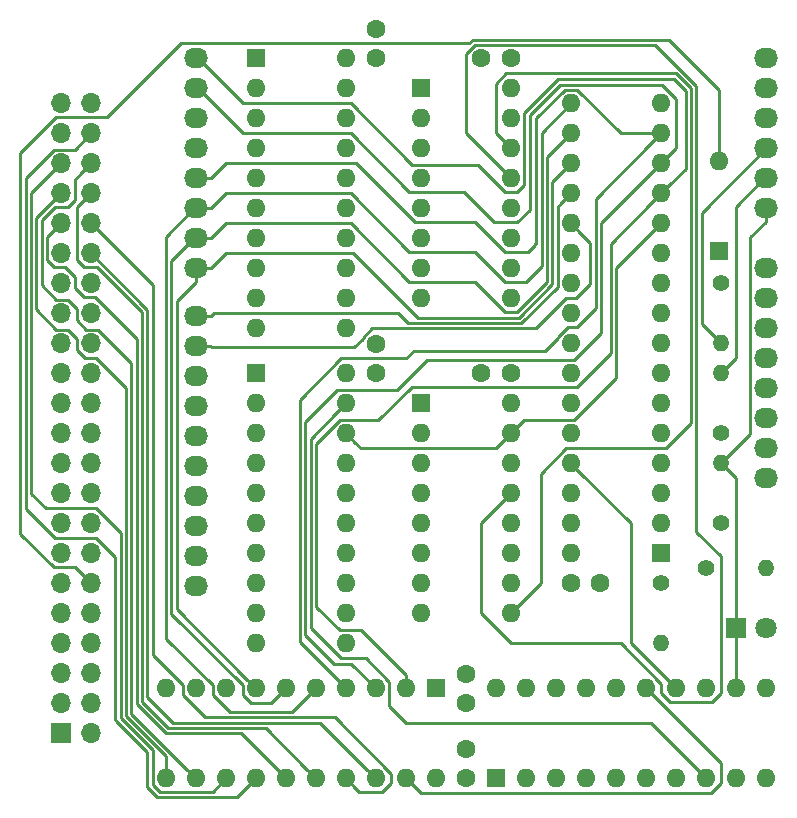
<source format=gtl>
G04 #@! TF.GenerationSoftware,KiCad,Pcbnew,(6.0.5)*
G04 #@! TF.CreationDate,2022-06-29T15:53:13+12:00*
G04 #@! TF.ProjectId,APEDSK-AU,41504544-534b-42d4-9155-2e6b69636164,rev?*
G04 #@! TF.SameCoordinates,Original*
G04 #@! TF.FileFunction,Copper,L1,Top*
G04 #@! TF.FilePolarity,Positive*
%FSLAX46Y46*%
G04 Gerber Fmt 4.6, Leading zero omitted, Abs format (unit mm)*
G04 Created by KiCad (PCBNEW (6.0.5)) date 2022-06-29 15:53:13*
%MOMM*%
%LPD*%
G01*
G04 APERTURE LIST*
G04 #@! TA.AperFunction,ComponentPad*
%ADD10O,2.032000X1.727200*%
G04 #@! TD*
G04 #@! TA.AperFunction,ComponentPad*
%ADD11C,1.600000*%
G04 #@! TD*
G04 #@! TA.AperFunction,ComponentPad*
%ADD12R,1.800000X1.800000*%
G04 #@! TD*
G04 #@! TA.AperFunction,ComponentPad*
%ADD13C,1.800000*%
G04 #@! TD*
G04 #@! TA.AperFunction,ComponentPad*
%ADD14C,1.400000*%
G04 #@! TD*
G04 #@! TA.AperFunction,ComponentPad*
%ADD15O,1.400000X1.400000*%
G04 #@! TD*
G04 #@! TA.AperFunction,ComponentPad*
%ADD16R,1.600000X1.600000*%
G04 #@! TD*
G04 #@! TA.AperFunction,ComponentPad*
%ADD17O,1.600000X1.600000*%
G04 #@! TD*
G04 #@! TA.AperFunction,ComponentPad*
%ADD18R,1.700000X1.700000*%
G04 #@! TD*
G04 #@! TA.AperFunction,ComponentPad*
%ADD19O,1.700000X1.700000*%
G04 #@! TD*
G04 #@! TA.AperFunction,Conductor*
%ADD20C,0.250000*%
G04 #@! TD*
G04 APERTURE END LIST*
D10*
X171958000Y-108585000D03*
X171958000Y-106045000D03*
X171958000Y-103505000D03*
X171958000Y-100965000D03*
X171958000Y-98425000D03*
X171958000Y-95885000D03*
X171958000Y-93345000D03*
X171958000Y-90805000D03*
X171958000Y-85725000D03*
X171958000Y-83185000D03*
X171958000Y-80645000D03*
X171958000Y-78105000D03*
X171958000Y-75565000D03*
X171958000Y-73025000D03*
X123698000Y-117729000D03*
X123698000Y-115189000D03*
X123698000Y-112649000D03*
X123698000Y-110109000D03*
X123698000Y-107569000D03*
X123698000Y-105029000D03*
X123698000Y-102489000D03*
X123698000Y-99949000D03*
X123698000Y-97409000D03*
X123698000Y-94869000D03*
X123698000Y-90805000D03*
X123698000Y-88265000D03*
X123698000Y-85725000D03*
X123698000Y-83185000D03*
X123698000Y-80645000D03*
X123698000Y-78105000D03*
X123698000Y-75565000D03*
X123698000Y-73025000D03*
D11*
X138938000Y-99695000D03*
X138938000Y-97195000D03*
D12*
X169418000Y-121285000D03*
D13*
X171958000Y-121285000D03*
D14*
X168148000Y-92075000D03*
D15*
X168148000Y-97155000D03*
D14*
X168148000Y-112395000D03*
D15*
X168148000Y-107315000D03*
D14*
X166878000Y-116205000D03*
D15*
X171958000Y-116205000D03*
D11*
X146558000Y-133985000D03*
X146558000Y-131485000D03*
D16*
X144018000Y-126365000D03*
D17*
X141478000Y-126365000D03*
X138938000Y-126365000D03*
X136398000Y-126365000D03*
X133858000Y-126365000D03*
X131318000Y-126365000D03*
X128778000Y-126365000D03*
X126238000Y-126365000D03*
X123698000Y-126365000D03*
X121158000Y-126365000D03*
X121158000Y-133985000D03*
X123698000Y-133985000D03*
X126238000Y-133985000D03*
X128778000Y-133985000D03*
X131318000Y-133985000D03*
X133858000Y-133985000D03*
X136398000Y-133985000D03*
X138938000Y-133985000D03*
X141478000Y-133985000D03*
X144018000Y-133985000D03*
D11*
X146558000Y-127635000D03*
X146558000Y-125135000D03*
D14*
X168148000Y-104775000D03*
D15*
X168148000Y-99695000D03*
D14*
X163068000Y-117475000D03*
D15*
X163068000Y-122555000D03*
D16*
X149098000Y-133985000D03*
D17*
X151638000Y-133985000D03*
X154178000Y-133985000D03*
X156718000Y-133985000D03*
X159258000Y-133985000D03*
X161798000Y-133985000D03*
X164338000Y-133985000D03*
X166878000Y-133985000D03*
X169418000Y-133985000D03*
X171958000Y-133985000D03*
X171958000Y-126365000D03*
X169418000Y-126365000D03*
X166878000Y-126365000D03*
X164338000Y-126365000D03*
X161798000Y-126365000D03*
X159258000Y-126365000D03*
X156718000Y-126365000D03*
X154178000Y-126365000D03*
X151638000Y-126365000D03*
X149098000Y-126365000D03*
D16*
X163068000Y-114935000D03*
D17*
X163068000Y-112395000D03*
X163068000Y-109855000D03*
X163068000Y-107315000D03*
X163068000Y-104775000D03*
X163068000Y-102235000D03*
X163068000Y-99695000D03*
X163068000Y-97155000D03*
X163068000Y-94615000D03*
X163068000Y-92075000D03*
X163068000Y-89535000D03*
X163068000Y-86995000D03*
X163068000Y-84455000D03*
X163068000Y-81915000D03*
X163068000Y-79375000D03*
X163068000Y-76835000D03*
X155448000Y-76835000D03*
X155448000Y-79375000D03*
X155448000Y-81915000D03*
X155448000Y-84455000D03*
X155448000Y-86995000D03*
X155448000Y-89535000D03*
X155448000Y-92075000D03*
X155448000Y-94615000D03*
X155448000Y-97155000D03*
X155448000Y-99695000D03*
X155448000Y-102235000D03*
X155448000Y-104775000D03*
X155448000Y-107315000D03*
X155448000Y-109855000D03*
X155448000Y-112395000D03*
X155448000Y-114935000D03*
D11*
X138938000Y-73025000D03*
X138938000Y-70525000D03*
D16*
X128778000Y-73025000D03*
D17*
X128778000Y-75565000D03*
X128778000Y-78105000D03*
X128778000Y-80645000D03*
X128778000Y-83185000D03*
X128778000Y-85725000D03*
X128778000Y-88265000D03*
X128778000Y-90805000D03*
X128778000Y-93345000D03*
X128778000Y-95885000D03*
X136398000Y-95885000D03*
X136398000Y-93345000D03*
X136398000Y-90805000D03*
X136398000Y-88265000D03*
X136398000Y-85725000D03*
X136398000Y-83185000D03*
X136398000Y-80645000D03*
X136398000Y-78105000D03*
X136398000Y-75565000D03*
X136398000Y-73025000D03*
D16*
X128778000Y-99695000D03*
D17*
X128778000Y-102235000D03*
X128778000Y-104775000D03*
X128778000Y-107315000D03*
X128778000Y-109855000D03*
X128778000Y-112395000D03*
X128778000Y-114935000D03*
X128778000Y-117475000D03*
X128778000Y-120015000D03*
X128778000Y-122555000D03*
X136398000Y-122555000D03*
X136398000Y-120015000D03*
X136398000Y-117475000D03*
X136398000Y-114935000D03*
X136398000Y-112395000D03*
X136398000Y-109855000D03*
X136398000Y-107315000D03*
X136398000Y-104775000D03*
X136398000Y-102235000D03*
X136398000Y-99695000D03*
D16*
X142748000Y-102235000D03*
D17*
X142748000Y-104775000D03*
X142748000Y-107315000D03*
X142748000Y-109855000D03*
X142748000Y-112395000D03*
X142748000Y-114935000D03*
X142748000Y-117475000D03*
X142748000Y-120015000D03*
X150368000Y-120015000D03*
X150368000Y-117475000D03*
X150368000Y-114935000D03*
X150368000Y-112395000D03*
X150368000Y-109855000D03*
X150368000Y-107315000D03*
X150368000Y-104775000D03*
X150368000Y-102235000D03*
D11*
X150368000Y-73025000D03*
X147868000Y-73025000D03*
D16*
X142748000Y-75565000D03*
D17*
X142748000Y-78105000D03*
X142748000Y-80645000D03*
X142748000Y-83185000D03*
X142748000Y-85725000D03*
X142748000Y-88265000D03*
X142748000Y-90805000D03*
X142748000Y-93345000D03*
X150368000Y-93345000D03*
X150368000Y-90805000D03*
X150368000Y-88265000D03*
X150368000Y-85725000D03*
X150368000Y-83185000D03*
X150368000Y-80645000D03*
X150368000Y-78105000D03*
X150368000Y-75565000D03*
D11*
X150368000Y-99695000D03*
X147868000Y-99695000D03*
X155448000Y-117475000D03*
X157948000Y-117475000D03*
D16*
X167998000Y-89365000D03*
D17*
X167998000Y-81745000D03*
D18*
X112268000Y-130175000D03*
D19*
X114808000Y-130175000D03*
X112268000Y-127635000D03*
X114808000Y-127635000D03*
X112268000Y-125095000D03*
X114808000Y-125095000D03*
X112268000Y-122555000D03*
X114808000Y-122555000D03*
X112268000Y-120015000D03*
X114808000Y-120015000D03*
X112268000Y-117475000D03*
X114808000Y-117475000D03*
X112268000Y-114935000D03*
X114808000Y-114935000D03*
X112268000Y-112395000D03*
X114808000Y-112395000D03*
X112268000Y-109855000D03*
X114808000Y-109855000D03*
X112268000Y-107315000D03*
X114808000Y-107315000D03*
X112268000Y-104775000D03*
X114808000Y-104775000D03*
X112268000Y-102235000D03*
X114808000Y-102235000D03*
X112268000Y-99695000D03*
X114808000Y-99695000D03*
X112268000Y-97155000D03*
X114808000Y-97155000D03*
X112268000Y-94615000D03*
X114808000Y-94615000D03*
X112268000Y-92075000D03*
X114808000Y-92075000D03*
X112268000Y-89535000D03*
X114808000Y-89535000D03*
X112268000Y-86995000D03*
X114808000Y-86995000D03*
X112268000Y-84455000D03*
X114808000Y-84455000D03*
X112268000Y-81915000D03*
X114808000Y-81915000D03*
X112268000Y-79375000D03*
X114808000Y-79375000D03*
X112268000Y-76835000D03*
X114808000Y-76835000D03*
D20*
X111798998Y-113665000D02*
X115277002Y-113665000D01*
X114808000Y-79375000D02*
X113443001Y-80739999D01*
X109292955Y-83151043D02*
X109292955Y-111158957D01*
X111703999Y-80739999D02*
X109292955Y-83151043D01*
X119582988Y-134711401D02*
X120431598Y-135560011D01*
X119582988Y-131779221D02*
X119582988Y-134711401D01*
X120431598Y-135560011D02*
X127202989Y-135560011D01*
X116897991Y-129094223D02*
X119582988Y-131779221D01*
X109292955Y-111158957D02*
X111798998Y-113665000D01*
X116882922Y-115270920D02*
X116882922Y-128703535D01*
X116882922Y-128703535D02*
X116882924Y-129076335D01*
X127202989Y-135560011D02*
X128778000Y-133985000D01*
X115277002Y-113665000D02*
X116882922Y-115270920D01*
X113443001Y-80739999D02*
X111703999Y-80739999D01*
X115372001Y-95979999D02*
X114433997Y-95979999D01*
X113443001Y-83279999D02*
X113958001Y-82764999D01*
X111729409Y-85630001D02*
X112832001Y-85630001D01*
X113958001Y-82764999D02*
X114808000Y-81915000D01*
X110642988Y-86716422D02*
X111729409Y-85630001D01*
X122898001Y-133182180D02*
X118232954Y-128517133D01*
X113632999Y-94240997D02*
X112832001Y-93439999D01*
X113443001Y-85019001D02*
X113443001Y-83279999D01*
X110642988Y-92188990D02*
X110642988Y-86716422D01*
X112832001Y-85630001D02*
X113443001Y-85019001D01*
X114433997Y-95979999D02*
X113632999Y-95179001D01*
X122898001Y-133185001D02*
X122898001Y-133182180D01*
X111893997Y-93439999D02*
X110642988Y-92188990D01*
X112832001Y-93439999D02*
X111893997Y-93439999D01*
X113632999Y-95179001D02*
X113632999Y-94240997D01*
X123698000Y-133985000D02*
X122898001Y-133185001D01*
X118232954Y-128517133D02*
X118232954Y-98840952D01*
X118232954Y-98840952D02*
X115372001Y-95979999D01*
X126238000Y-133985000D02*
X125112999Y-135110001D01*
X120032999Y-134525001D02*
X120032999Y-131592821D01*
X109742966Y-109869966D02*
X109742966Y-84440034D01*
X120617999Y-135110001D02*
X120032999Y-134525001D01*
X110998000Y-111125000D02*
X109742966Y-109869966D01*
X117332932Y-113180930D02*
X117332932Y-128889933D01*
X109742966Y-84440034D02*
X112268000Y-81915000D01*
X115277002Y-111125000D02*
X110998000Y-111125000D01*
X117332933Y-113180931D02*
X115277002Y-111125000D01*
X115277002Y-111125000D02*
X117332932Y-113180930D01*
X125112999Y-135110001D02*
X120617999Y-135110001D01*
X120032999Y-131592821D02*
X117348000Y-128907822D01*
X113632999Y-90099001D02*
X114243999Y-90710001D01*
X113632999Y-85630001D02*
X113632999Y-90099001D01*
X114808000Y-84455000D02*
X113632999Y-85630001D01*
X133058001Y-133185001D02*
X133858000Y-133985000D01*
X129597989Y-129724989D02*
X133058001Y-133185001D01*
X119132977Y-94496387D02*
X119132977Y-127513567D01*
X121344399Y-129724989D02*
X129597989Y-129724989D01*
X114243999Y-90710001D02*
X115346591Y-90710001D01*
X115346591Y-90710001D02*
X119132977Y-94496387D01*
X119132977Y-127513567D02*
X121344399Y-129724989D01*
X117782943Y-128703533D02*
X121158000Y-132078589D01*
X113632999Y-97719001D02*
X114338998Y-98425000D01*
X110192977Y-94278979D02*
X111893997Y-95979999D01*
X113632999Y-96780997D02*
X113632999Y-97719001D01*
X117782943Y-100930941D02*
X117782943Y-128703533D01*
X112268000Y-84455000D02*
X110192977Y-86530023D01*
X112832001Y-95979999D02*
X113632999Y-96780997D01*
X115277002Y-98425000D02*
X117782943Y-100930941D01*
X110192977Y-86530023D02*
X110192977Y-94278979D01*
X111893997Y-95979999D02*
X112832001Y-95979999D01*
X121158000Y-132078589D02*
X121158000Y-133985000D01*
X114338998Y-98425000D02*
X115277002Y-98425000D01*
X137523001Y-135110001D02*
X137197999Y-134784999D01*
X140208000Y-134380002D02*
X139478001Y-135110001D01*
X120032999Y-92219999D02*
X120032999Y-123574997D01*
X137197999Y-134784999D02*
X136398000Y-133985000D01*
X122572999Y-126905001D02*
X124492965Y-128824967D01*
X122572999Y-126114997D02*
X122572999Y-126905001D01*
X139478001Y-135110001D02*
X137523001Y-135110001D01*
X124492965Y-128824967D02*
X135442969Y-128824967D01*
X135442969Y-128824967D02*
X140208000Y-133589998D01*
X140208000Y-133589998D02*
X140208000Y-134380002D01*
X120032999Y-123574997D02*
X122572999Y-126114997D01*
X114808000Y-86995000D02*
X120032999Y-92219999D01*
X115182003Y-93250001D02*
X114243999Y-93250001D01*
X127508000Y-130175000D02*
X121158000Y-130175000D01*
X111092999Y-88170001D02*
X112268000Y-86995000D01*
X113443001Y-91510999D02*
X112642003Y-90710001D01*
X113443001Y-92449003D02*
X113443001Y-91510999D01*
X121158000Y-130175000D02*
X118682965Y-127699965D01*
X112642003Y-90710001D02*
X111703999Y-90710001D01*
X111092999Y-90099001D02*
X111092999Y-88170001D01*
X118682965Y-96750963D02*
X115182003Y-93250001D01*
X111703999Y-90710001D02*
X111092999Y-90099001D01*
X118682965Y-127699965D02*
X118682965Y-96750963D01*
X131318000Y-133985000D02*
X127508000Y-130175000D01*
X114243999Y-93250001D02*
X113443001Y-92449003D01*
X119582988Y-127091401D02*
X121766565Y-129274978D01*
X134227978Y-129274978D02*
X138138001Y-133185001D01*
X114808000Y-89535000D02*
X119582988Y-94309988D01*
X121766565Y-129274978D02*
X134227978Y-129274978D01*
X119582988Y-94309988D02*
X119582988Y-127091401D01*
X138138001Y-133185001D02*
X138938000Y-133985000D01*
X111893997Y-78010001D02*
X116172999Y-78010001D01*
X167998000Y-75695051D02*
X163752937Y-71449988D01*
X113443001Y-116110001D02*
X111703999Y-116110001D01*
X147141599Y-71449988D02*
X163752937Y-71449988D01*
X122428000Y-71755000D02*
X146836588Y-71755000D01*
X167998000Y-81745000D02*
X167998000Y-75695051D01*
X114808000Y-117475000D02*
X113443001Y-116110001D01*
X108842946Y-81061052D02*
X111893997Y-78010001D01*
X108842945Y-113248946D02*
X108842946Y-81061052D01*
X111703999Y-116110001D02*
X108842945Y-113248946D01*
X146836588Y-71755000D02*
X147141599Y-71449988D01*
X116172999Y-78010001D02*
X122428000Y-71755000D01*
X141478000Y-129300002D02*
X140063001Y-127885003D01*
X166878000Y-133985000D02*
X162193002Y-129300002D01*
X143623000Y-129300000D02*
X143622998Y-129300002D01*
X143622998Y-129300002D02*
X141478000Y-129300002D01*
X171958000Y-83185000D02*
X171805600Y-83185000D01*
X169418000Y-98425000D02*
X168148000Y-99695000D01*
X133407989Y-105225011D02*
X135598001Y-103034999D01*
X140063001Y-125824999D02*
X138063005Y-123825003D01*
X171805600Y-83185000D02*
X169418000Y-85572600D01*
X162193002Y-129300002D02*
X143623000Y-129300000D01*
X133407989Y-121229991D02*
X133407989Y-105225011D01*
X140063001Y-127885003D02*
X140063001Y-125824999D01*
X135598001Y-103034999D02*
X136398000Y-102235000D01*
X169418000Y-85572600D02*
X169418000Y-98425000D01*
X138063005Y-123825003D02*
X136002999Y-123825001D01*
X136002999Y-123825001D02*
X133407989Y-121229991D01*
X128382998Y-127635000D02*
X127652999Y-126905001D01*
X150908001Y-86850001D02*
X148953001Y-86850001D01*
X136398000Y-126365000D02*
X132507967Y-122474967D01*
X153863031Y-83499969D02*
X154648001Y-82714999D01*
X133858000Y-105649998D02*
X135857999Y-103649999D01*
X136002998Y-98425000D02*
X141478000Y-98425000D01*
X123698000Y-91918600D02*
X122058022Y-93558578D01*
X151943012Y-77799987D02*
X151943012Y-85814990D01*
X165157987Y-82365013D02*
X163867999Y-83655001D01*
X122058022Y-93558578D02*
X122058022Y-119645022D01*
X125218000Y-94615000D02*
X140844410Y-94615000D01*
X140696591Y-101109999D02*
X143236591Y-98569999D01*
X143236591Y-98569999D02*
X155698003Y-98569999D01*
X155988001Y-95740001D02*
X157537989Y-94190013D01*
X164338000Y-80645000D02*
X164338000Y-76439998D01*
X157087978Y-92100024D02*
X157087978Y-88634978D01*
X147577997Y-82059999D02*
X149827999Y-84310001D01*
X154483011Y-75259988D02*
X151943012Y-77799987D01*
X126234000Y-81915000D02*
X137272998Y-81915000D01*
X150908001Y-94470001D02*
X153413020Y-91964982D01*
X142475924Y-94984978D02*
X151035079Y-94984978D01*
X125112999Y-126905001D02*
X126582954Y-128374956D01*
X136793002Y-84455000D02*
X141728003Y-89390001D01*
X149827999Y-94470001D02*
X150908001Y-94470001D01*
X135616591Y-101109999D02*
X140696591Y-101109999D01*
X155448000Y-76835000D02*
X152963009Y-79319991D01*
X157537989Y-84905011D02*
X162268001Y-80174999D01*
X126582954Y-128374956D02*
X131848044Y-128374956D01*
X137674369Y-121429999D02*
X135857999Y-121429999D01*
X148953001Y-86850001D02*
X146413001Y-84310001D01*
X127652999Y-126114997D02*
X121608011Y-120070009D01*
X136793002Y-79375000D02*
X127660400Y-79375000D01*
X132507967Y-101920031D02*
X136002998Y-98425000D01*
X133058001Y-127164999D02*
X133858000Y-126365000D01*
X123698000Y-85725000D02*
X124964000Y-85725000D01*
X137812999Y-96771414D02*
X137812999Y-96654999D01*
X152963009Y-79319991D02*
X152963009Y-90620059D01*
X138582998Y-95885000D02*
X152512998Y-95885000D01*
X137025946Y-89535000D02*
X142475924Y-94984978D01*
X132507967Y-122474967D02*
X132507967Y-101920031D01*
X127978001Y-125565001D02*
X128778000Y-126365000D01*
X162268001Y-80174999D02*
X163068000Y-79375000D01*
X153413020Y-91964982D02*
X153413020Y-81409980D01*
X164338000Y-76439998D02*
X163157990Y-75259988D01*
X124964000Y-94869000D02*
X125218000Y-94615000D01*
X121158000Y-122159998D02*
X125112999Y-126114997D01*
X140844410Y-94615000D02*
X141664399Y-95434989D01*
X154313042Y-92343426D02*
X154313042Y-85589958D01*
X153413020Y-81409980D02*
X154648001Y-80174999D01*
X137272998Y-81915000D02*
X142207999Y-86850001D01*
X149827999Y-91930001D02*
X151653067Y-91930001D01*
X147287999Y-86850001D02*
X149827999Y-89390001D01*
X149827999Y-84310001D02*
X150908001Y-84310001D01*
X155698003Y-98569999D02*
X157988000Y-96280002D01*
X158807989Y-98000013D02*
X158807989Y-88715011D01*
X157988000Y-86995000D02*
X162268001Y-82714999D01*
X136848012Y-124275012D02*
X135379099Y-124275011D01*
X123698000Y-73025000D02*
X123850400Y-73025000D01*
X154361570Y-74745019D02*
X164154430Y-74745019D01*
X135379099Y-124275011D02*
X132957978Y-121853890D01*
X121608011Y-90202589D02*
X123545600Y-88265000D01*
X162268001Y-85254999D02*
X163068000Y-84455000D01*
X123850400Y-73025000D02*
X127660400Y-76835000D01*
X124964000Y-90805000D02*
X126234000Y-89535000D01*
X154907999Y-75709999D02*
X152512998Y-78105000D01*
X158807989Y-88715011D02*
X162268001Y-85254999D01*
X162268001Y-82714999D02*
X163068000Y-81915000D01*
X151943012Y-85814990D02*
X150908001Y-86850001D01*
X154648001Y-82714999D02*
X155448000Y-81915000D01*
X157087978Y-88634978D02*
X156247999Y-87794999D01*
X126234000Y-89535000D02*
X137025946Y-89535000D01*
X137124401Y-97460012D02*
X137812999Y-96771414D01*
X132957978Y-121853890D02*
X132957978Y-103768612D01*
X159653002Y-79375000D02*
X155988001Y-75709999D01*
X147287999Y-91930001D02*
X149827999Y-94470001D01*
X141478000Y-126365000D02*
X141478000Y-125233630D01*
X141728003Y-91930001D02*
X147287999Y-91930001D01*
X123698000Y-83185000D02*
X124964000Y-83185000D01*
X157537989Y-94190013D02*
X157537989Y-84905011D01*
X124964000Y-88265000D02*
X126234000Y-86995000D01*
X141977997Y-100820001D02*
X155988001Y-100820001D01*
X155052998Y-93345000D02*
X155843002Y-93345000D01*
X130048000Y-127635000D02*
X128382998Y-127635000D01*
X123698000Y-88265000D02*
X124964000Y-88265000D01*
X155988001Y-100820001D02*
X158807989Y-98000013D01*
X151493001Y-83725001D02*
X151493001Y-77613588D01*
X141478000Y-98425000D02*
X142137923Y-97765077D01*
X142018001Y-82059999D02*
X147577997Y-82059999D01*
X124964000Y-83185000D02*
X126234000Y-81915000D01*
X136793002Y-76835000D02*
X142018001Y-82059999D01*
X151221479Y-95434989D02*
X154313042Y-92343426D01*
X153253597Y-97765077D02*
X154322999Y-96695675D01*
X150908001Y-84310001D02*
X151493001Y-83725001D01*
X124964000Y-85725000D02*
X126234000Y-84455000D01*
X163068000Y-81915000D02*
X164338000Y-80645000D01*
X155843002Y-93345000D02*
X157087978Y-92100024D01*
X135857999Y-103649999D02*
X139147999Y-103649999D01*
X139147999Y-103649999D02*
X141977997Y-100820001D01*
X127660400Y-76835000D02*
X136793002Y-76835000D01*
X137812999Y-96654999D02*
X138582998Y-95885000D01*
X123698000Y-94869000D02*
X124964000Y-94869000D01*
X125112999Y-126114997D02*
X125112999Y-126905001D01*
X163867999Y-83655001D02*
X163068000Y-84455000D01*
X142207999Y-86850001D02*
X147287999Y-86850001D01*
X163157990Y-75259988D02*
X154483011Y-75259988D01*
X155988001Y-75709999D02*
X154907999Y-75709999D01*
X123698000Y-97409000D02*
X124964000Y-97409000D01*
X123545600Y-85725000D02*
X121158000Y-88112600D01*
X151035079Y-94984978D02*
X153863031Y-92157026D01*
X156247999Y-87794999D02*
X155448000Y-86995000D01*
X127660400Y-79375000D02*
X123850400Y-75565000D01*
X154648001Y-85254999D02*
X155448000Y-84455000D01*
X147287999Y-89390001D02*
X149827999Y-91930001D01*
X142137923Y-97765077D02*
X153253597Y-97765077D01*
X164154430Y-74745019D02*
X165157987Y-75748576D01*
X132957978Y-103768612D02*
X135616591Y-101109999D01*
X155197997Y-95740001D02*
X155988001Y-95740001D01*
X123850400Y-75565000D02*
X123698000Y-75565000D01*
X138938000Y-126365000D02*
X136848012Y-124275012D01*
X122058022Y-119645022D02*
X127978001Y-125565001D01*
X151653067Y-91930001D02*
X152843034Y-90740034D01*
X121158000Y-88112600D02*
X121158000Y-122159998D01*
X131848044Y-128374956D02*
X133058001Y-127164999D01*
X123545600Y-88265000D02*
X123698000Y-88265000D01*
X152512998Y-88660002D02*
X151782999Y-89390001D01*
X141728003Y-84310001D02*
X136793002Y-79375000D01*
X149827999Y-89390001D02*
X151782999Y-89390001D01*
X127652999Y-126905001D02*
X127652999Y-126114997D01*
X141664399Y-95434989D02*
X151221479Y-95434989D01*
X152512998Y-95885000D02*
X155052998Y-93345000D01*
X123698000Y-90805000D02*
X123698000Y-91918600D01*
X154648001Y-80174999D02*
X155448000Y-79375000D01*
X146413001Y-84310001D02*
X141728003Y-84310001D01*
X136793002Y-86995000D02*
X141728003Y-91930001D01*
X154322999Y-96614999D02*
X155197997Y-95740001D01*
X123698000Y-85725000D02*
X123545600Y-85725000D01*
X163068000Y-79375000D02*
X159653002Y-79375000D01*
X154322999Y-96695675D02*
X154322999Y-96614999D01*
X135857999Y-121429999D02*
X133858000Y-119430000D01*
X133858000Y-119430000D02*
X133858000Y-105649998D01*
X126234000Y-86995000D02*
X136793002Y-86995000D01*
X141728003Y-89390001D02*
X147287999Y-89390001D01*
X125015012Y-97460012D02*
X137124401Y-97460012D01*
X154313042Y-85589958D02*
X154648001Y-85254999D01*
X126234000Y-84455000D02*
X136793002Y-84455000D01*
X153863031Y-92157026D02*
X153863031Y-83499969D01*
X123698000Y-90805000D02*
X124964000Y-90805000D01*
X152963009Y-90620059D02*
X151653067Y-91930001D01*
X121608011Y-120070009D02*
X121608011Y-90202589D01*
X124964000Y-97409000D02*
X125015012Y-97460012D01*
X151493001Y-77613588D02*
X154361570Y-74745019D01*
X131318000Y-126365000D02*
X130048000Y-127635000D01*
X165157987Y-75748576D02*
X165157987Y-82365013D01*
X152512998Y-78105000D02*
X152512998Y-88660002D01*
X141478000Y-125233630D02*
X137674369Y-121429999D01*
X151782999Y-89390001D02*
X152393023Y-88779977D01*
X157988000Y-96280002D02*
X157988000Y-86995000D01*
X162582232Y-71899999D02*
X166057520Y-75375287D01*
X150368000Y-83185000D02*
X146558000Y-79375000D01*
X146558000Y-79375000D02*
X146558000Y-72669998D01*
X147828000Y-120015000D02*
X147828000Y-112395000D01*
X166057520Y-113088959D02*
X168148000Y-115179439D01*
X150368000Y-122555000D02*
X147828000Y-120015000D01*
X147327999Y-71899999D02*
X162582232Y-71899999D01*
X147828000Y-112395000D02*
X150368000Y-109855000D01*
X167418001Y-127490001D02*
X163797999Y-127490001D01*
X163068000Y-125969998D02*
X159653002Y-122555000D01*
X163797999Y-127490001D02*
X163068000Y-126760002D01*
X168148000Y-126760002D02*
X167418001Y-127490001D01*
X146558000Y-72669998D02*
X147327999Y-71899999D01*
X168148000Y-115179439D02*
X168148000Y-126760002D01*
X159653002Y-122555000D02*
X150368000Y-122555000D01*
X166057520Y-75375287D02*
X166057520Y-113088959D01*
X163068000Y-126760002D02*
X163068000Y-125969998D01*
X149098000Y-106045000D02*
X137668000Y-106045000D01*
X137197999Y-105574999D02*
X136398000Y-104775000D01*
X151493001Y-103649999D02*
X151167999Y-103975001D01*
X150368000Y-104775000D02*
X149098000Y-106045000D01*
X137668000Y-106045000D02*
X137197999Y-105574999D01*
X155698003Y-103649999D02*
X151493001Y-103649999D01*
X151167999Y-103975001D02*
X150368000Y-104775000D01*
X159258000Y-100090002D02*
X155698003Y-103649999D01*
X159258000Y-90805000D02*
X159258000Y-100090002D01*
X163068000Y-86995000D02*
X159258000Y-90805000D01*
X155052998Y-106045000D02*
X163463002Y-106045000D01*
X150368000Y-120015000D02*
X152908000Y-117475000D01*
X149098000Y-79375000D02*
X150368000Y-80645000D01*
X164340830Y-74295008D02*
X149972990Y-74295008D01*
X149972990Y-74295008D02*
X149098000Y-75169998D01*
X163463002Y-106045000D02*
X165608000Y-103900002D01*
X165608000Y-103900002D02*
X165608000Y-75562178D01*
X165608000Y-75562178D02*
X164340830Y-74295008D01*
X152908000Y-108189998D02*
X155052998Y-106045000D01*
X149098000Y-75169998D02*
X149098000Y-79375000D01*
X152908000Y-117475000D02*
X152908000Y-108189998D01*
X170616990Y-104846010D02*
X168847999Y-106615001D01*
X169418000Y-108585000D02*
X169418000Y-121285000D01*
X168148000Y-107315000D02*
X169418000Y-108585000D01*
X168847999Y-106615001D02*
X168148000Y-107315000D01*
X171958000Y-86838600D02*
X170616990Y-88179610D01*
X170616990Y-88179610D02*
X170616990Y-104846010D01*
X169418000Y-126365000D02*
X169418000Y-121285000D01*
X171958000Y-85725000D02*
X171958000Y-86838600D01*
X160528000Y-112395000D02*
X156083000Y-107950000D01*
X156083000Y-107950000D02*
X155448000Y-107315000D01*
X164338000Y-126365000D02*
X160528000Y-122555000D01*
X166507040Y-86095960D02*
X171958000Y-80645000D01*
X171958000Y-80645000D02*
X171805600Y-80645000D01*
X160528000Y-122555000D02*
X160528000Y-112395000D01*
X166507040Y-95514040D02*
X166507040Y-86095960D01*
X168148000Y-97155000D02*
X166507040Y-95514040D01*
X167273002Y-135255000D02*
X168148000Y-134380002D01*
X142748000Y-135255000D02*
X167273002Y-135255000D01*
X168148000Y-134380002D02*
X168148000Y-132715000D01*
X168148000Y-132715000D02*
X161798000Y-126365000D01*
X141478000Y-133985000D02*
X142748000Y-135255000D01*
M02*

</source>
